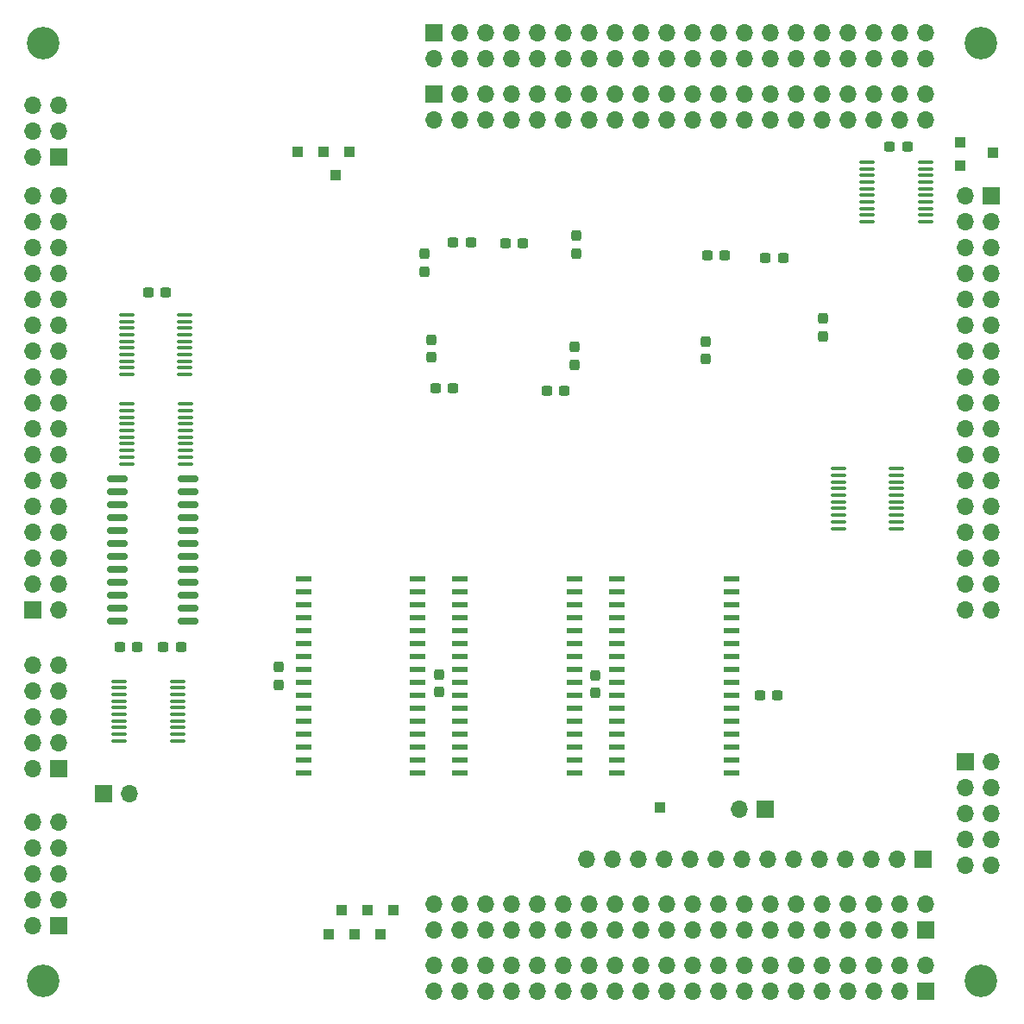
<source format=gbr>
%TF.GenerationSoftware,KiCad,Pcbnew,8.0.7-8.0.7-0~ubuntu22.04.1*%
%TF.CreationDate,2025-01-29T21:42:36+01:00*%
%TF.ProjectId,VideoBoard_v1,56696465-6f42-46f6-9172-645f76312e6b,rev?*%
%TF.SameCoordinates,Original*%
%TF.FileFunction,Soldermask,Bot*%
%TF.FilePolarity,Negative*%
%FSLAX46Y46*%
G04 Gerber Fmt 4.6, Leading zero omitted, Abs format (unit mm)*
G04 Created by KiCad (PCBNEW 8.0.7-8.0.7-0~ubuntu22.04.1) date 2025-01-29 21:42:36*
%MOMM*%
%LPD*%
G01*
G04 APERTURE LIST*
G04 Aperture macros list*
%AMRoundRect*
0 Rectangle with rounded corners*
0 $1 Rounding radius*
0 $2 $3 $4 $5 $6 $7 $8 $9 X,Y pos of 4 corners*
0 Add a 4 corners polygon primitive as box body*
4,1,4,$2,$3,$4,$5,$6,$7,$8,$9,$2,$3,0*
0 Add four circle primitives for the rounded corners*
1,1,$1+$1,$2,$3*
1,1,$1+$1,$4,$5*
1,1,$1+$1,$6,$7*
1,1,$1+$1,$8,$9*
0 Add four rect primitives between the rounded corners*
20,1,$1+$1,$2,$3,$4,$5,0*
20,1,$1+$1,$4,$5,$6,$7,0*
20,1,$1+$1,$6,$7,$8,$9,0*
20,1,$1+$1,$8,$9,$2,$3,0*%
G04 Aperture macros list end*
%ADD10R,1.000000X1.000000*%
%ADD11R,1.700000X1.700000*%
%ADD12O,1.700000X1.700000*%
%ADD13C,3.200000*%
%ADD14R,1.600000X0.600000*%
%ADD15RoundRect,0.237500X0.300000X0.237500X-0.300000X0.237500X-0.300000X-0.237500X0.300000X-0.237500X0*%
%ADD16RoundRect,0.100000X0.637500X0.100000X-0.637500X0.100000X-0.637500X-0.100000X0.637500X-0.100000X0*%
%ADD17RoundRect,0.237500X-0.300000X-0.237500X0.300000X-0.237500X0.300000X0.237500X-0.300000X0.237500X0*%
%ADD18RoundRect,0.237500X0.237500X-0.300000X0.237500X0.300000X-0.237500X0.300000X-0.237500X-0.300000X0*%
%ADD19RoundRect,0.237500X-0.237500X0.300000X-0.237500X-0.300000X0.237500X-0.300000X0.237500X0.300000X0*%
%ADD20RoundRect,0.150000X-0.837500X-0.150000X0.837500X-0.150000X0.837500X0.150000X-0.837500X0.150000X0*%
G04 APERTURE END LIST*
D10*
%TO.C,J28*%
X85852000Y-139065000D03*
%TD*%
%TO.C,J27*%
X88392000Y-139065000D03*
%TD*%
%TO.C,J25*%
X87122000Y-141478000D03*
%TD*%
%TO.C,J24*%
X82042000Y-141478000D03*
%TD*%
%TO.C,J23*%
X84582000Y-141478000D03*
%TD*%
%TO.C,J22*%
X83312000Y-139065000D03*
%TD*%
%TO.C,J19*%
X82677000Y-66929000D03*
%TD*%
%TO.C,J16*%
X84074000Y-64643000D03*
%TD*%
%TO.C,J15*%
X114554000Y-129032000D03*
%TD*%
%TO.C,J11*%
X144018000Y-63754000D03*
%TD*%
D11*
%TO.C,J1*%
X92367000Y-53000000D03*
D12*
X92367000Y-55540000D03*
X94907000Y-53000000D03*
X94907000Y-55540000D03*
X97447000Y-53000000D03*
X97447000Y-55540000D03*
X99987000Y-53000000D03*
X99987000Y-55540000D03*
X102527000Y-53000000D03*
X102527000Y-55540000D03*
X105067000Y-53000000D03*
X105067000Y-55540000D03*
X107607000Y-53000000D03*
X107607000Y-55540000D03*
X110147000Y-53000000D03*
X110147000Y-55540000D03*
X112687000Y-53000000D03*
X112687000Y-55540000D03*
X115227000Y-53000000D03*
X115227000Y-55540000D03*
X117767000Y-53000000D03*
X117767000Y-55540000D03*
X120307000Y-53000000D03*
X120307000Y-55540000D03*
X122847000Y-53000000D03*
X122847000Y-55540000D03*
X125387000Y-53000000D03*
X125387000Y-55540000D03*
X127927000Y-53000000D03*
X127927000Y-55540000D03*
X130467000Y-53000000D03*
X130467000Y-55540000D03*
X133007000Y-53000000D03*
X133007000Y-55540000D03*
X135547000Y-53000000D03*
X135547000Y-55540000D03*
X138087000Y-53000000D03*
X138087000Y-55540000D03*
X140627000Y-53000000D03*
X140627000Y-55540000D03*
%TD*%
D11*
%TO.C,J8*%
X144460000Y-124500000D03*
D12*
X147000000Y-124500000D03*
X144460000Y-127040000D03*
X147000000Y-127040000D03*
X144460000Y-129580000D03*
X147000000Y-129580000D03*
X144460000Y-132120000D03*
X147000000Y-132120000D03*
X144460000Y-134660000D03*
X147000000Y-134660000D03*
%TD*%
D10*
%TO.C,J13*%
X144018000Y-66040000D03*
%TD*%
D11*
%TO.C,J7*%
X147000000Y-69000000D03*
D12*
X144460000Y-69000000D03*
X147000000Y-71540000D03*
X144460000Y-71540000D03*
X147000000Y-74080000D03*
X144460000Y-74080000D03*
X147000000Y-76620000D03*
X144460000Y-76620000D03*
X147000000Y-79160000D03*
X144460000Y-79160000D03*
X147000000Y-81700000D03*
X144460000Y-81700000D03*
X147000000Y-84240000D03*
X144460000Y-84240000D03*
X147000000Y-86780000D03*
X144460000Y-86780000D03*
X147000000Y-89320000D03*
X144460000Y-89320000D03*
X147000000Y-91860000D03*
X144460000Y-91860000D03*
X147000000Y-94400000D03*
X144460000Y-94400000D03*
X147000000Y-96940000D03*
X144460000Y-96940000D03*
X147000000Y-99480000D03*
X144460000Y-99480000D03*
X147000000Y-102020000D03*
X144460000Y-102020000D03*
X147000000Y-104560000D03*
X144460000Y-104560000D03*
X147000000Y-107100000D03*
X144460000Y-107100000D03*
X147000000Y-109640000D03*
X144460000Y-109640000D03*
%TD*%
D11*
%TO.C,J4*%
X140627000Y-141000000D03*
D12*
X140627000Y-138460000D03*
X138087000Y-141000000D03*
X138087000Y-138460000D03*
X135547000Y-141000000D03*
X135547000Y-138460000D03*
X133007000Y-141000000D03*
X133007000Y-138460000D03*
X130467000Y-141000000D03*
X130467000Y-138460000D03*
X127927000Y-141000000D03*
X127927000Y-138460000D03*
X125387000Y-141000000D03*
X125387000Y-138460000D03*
X122847000Y-141000000D03*
X122847000Y-138460000D03*
X120307000Y-141000000D03*
X120307000Y-138460000D03*
X117767000Y-141000000D03*
X117767000Y-138460000D03*
X115227000Y-141000000D03*
X115227000Y-138460000D03*
X112687000Y-141000000D03*
X112687000Y-138460000D03*
X110147000Y-141000000D03*
X110147000Y-138460000D03*
X107607000Y-141000000D03*
X107607000Y-138460000D03*
X105067000Y-141000000D03*
X105067000Y-138460000D03*
X102527000Y-141000000D03*
X102527000Y-138460000D03*
X99987000Y-141000000D03*
X99987000Y-138460000D03*
X97447000Y-141000000D03*
X97447000Y-138460000D03*
X94907000Y-141000000D03*
X94907000Y-138460000D03*
X92367000Y-141000000D03*
X92367000Y-138460000D03*
%TD*%
D11*
%TO.C,J14*%
X55540000Y-65151000D03*
D12*
X53000000Y-65151000D03*
X55540000Y-62611000D03*
X53000000Y-62611000D03*
X55540000Y-60071000D03*
X53000000Y-60071000D03*
%TD*%
D10*
%TO.C,J18*%
X78994000Y-64643000D03*
%TD*%
D11*
%TO.C,J9*%
X53000000Y-109640000D03*
D12*
X55540000Y-109640000D03*
X53000000Y-107100000D03*
X55540000Y-107100000D03*
X53000000Y-104560000D03*
X55540000Y-104560000D03*
X53000000Y-102020000D03*
X55540000Y-102020000D03*
X53000000Y-99480000D03*
X55540000Y-99480000D03*
X53000000Y-96940000D03*
X55540000Y-96940000D03*
X53000000Y-94400000D03*
X55540000Y-94400000D03*
X53000000Y-91860000D03*
X55540000Y-91860000D03*
X53000000Y-89320000D03*
X55540000Y-89320000D03*
X53000000Y-86780000D03*
X55540000Y-86780000D03*
X53000000Y-84240000D03*
X55540000Y-84240000D03*
X53000000Y-81700000D03*
X55540000Y-81700000D03*
X53000000Y-79160000D03*
X55540000Y-79160000D03*
X53000000Y-76620000D03*
X55540000Y-76620000D03*
X53000000Y-74080000D03*
X55540000Y-74080000D03*
X53000000Y-71540000D03*
X55540000Y-71540000D03*
X53000000Y-69000000D03*
X55540000Y-69000000D03*
%TD*%
D11*
%TO.C,J10*%
X55540000Y-125217000D03*
D12*
X53000000Y-125217000D03*
X55540000Y-122677000D03*
X53000000Y-122677000D03*
X55540000Y-120137000D03*
X53000000Y-120137000D03*
X55540000Y-117597000D03*
X53000000Y-117597000D03*
X55540000Y-115057000D03*
X53000000Y-115057000D03*
%TD*%
D11*
%TO.C,J26*%
X124841000Y-129159000D03*
D12*
X122301000Y-129159000D03*
%TD*%
D11*
%TO.C,J2*%
X140627000Y-147000000D03*
D12*
X140627000Y-144460000D03*
X138087000Y-147000000D03*
X138087000Y-144460000D03*
X135547000Y-147000000D03*
X135547000Y-144460000D03*
X133007000Y-147000000D03*
X133007000Y-144460000D03*
X130467000Y-147000000D03*
X130467000Y-144460000D03*
X127927000Y-147000000D03*
X127927000Y-144460000D03*
X125387000Y-147000000D03*
X125387000Y-144460000D03*
X122847000Y-147000000D03*
X122847000Y-144460000D03*
X120307000Y-147000000D03*
X120307000Y-144460000D03*
X117767000Y-147000000D03*
X117767000Y-144460000D03*
X115227000Y-147000000D03*
X115227000Y-144460000D03*
X112687000Y-147000000D03*
X112687000Y-144460000D03*
X110147000Y-147000000D03*
X110147000Y-144460000D03*
X107607000Y-147000000D03*
X107607000Y-144460000D03*
X105067000Y-147000000D03*
X105067000Y-144460000D03*
X102527000Y-147000000D03*
X102527000Y-144460000D03*
X99987000Y-147000000D03*
X99987000Y-144460000D03*
X97447000Y-147000000D03*
X97447000Y-144460000D03*
X94907000Y-147000000D03*
X94907000Y-144460000D03*
X92367000Y-147000000D03*
X92367000Y-144460000D03*
%TD*%
D13*
%TO.C,H3*%
X146000000Y-54000000D03*
%TD*%
D11*
%TO.C,J6*%
X55540000Y-140627000D03*
D12*
X53000000Y-140627000D03*
X55540000Y-138087000D03*
X53000000Y-138087000D03*
X55540000Y-135547000D03*
X53000000Y-135547000D03*
X55540000Y-133007000D03*
X53000000Y-133007000D03*
X55540000Y-130467000D03*
X53000000Y-130467000D03*
%TD*%
D10*
%TO.C,J17*%
X81534000Y-64643000D03*
%TD*%
D11*
%TO.C,J5*%
X140335000Y-134112000D03*
D12*
X137795000Y-134112000D03*
X135255000Y-134112000D03*
X132715000Y-134112000D03*
X130175000Y-134112000D03*
X127635000Y-134112000D03*
X125095000Y-134112000D03*
X122555000Y-134112000D03*
X120015000Y-134112000D03*
X117475000Y-134112000D03*
X114935000Y-134112000D03*
X112395000Y-134112000D03*
X109855000Y-134112000D03*
X107315000Y-134112000D03*
%TD*%
D11*
%TO.C,JP1*%
X59939000Y-127635000D03*
D12*
X62479000Y-127635000D03*
%TD*%
D11*
%TO.C,J3*%
X92367000Y-59000000D03*
D12*
X92367000Y-61540000D03*
X94907000Y-59000000D03*
X94907000Y-61540000D03*
X97447000Y-59000000D03*
X97447000Y-61540000D03*
X99987000Y-59000000D03*
X99987000Y-61540000D03*
X102527000Y-59000000D03*
X102527000Y-61540000D03*
X105067000Y-59000000D03*
X105067000Y-61540000D03*
X107607000Y-59000000D03*
X107607000Y-61540000D03*
X110147000Y-59000000D03*
X110147000Y-61540000D03*
X112687000Y-59000000D03*
X112687000Y-61540000D03*
X115227000Y-59000000D03*
X115227000Y-61540000D03*
X117767000Y-59000000D03*
X117767000Y-61540000D03*
X120307000Y-59000000D03*
X120307000Y-61540000D03*
X122847000Y-59000000D03*
X122847000Y-61540000D03*
X125387000Y-59000000D03*
X125387000Y-61540000D03*
X127927000Y-59000000D03*
X127927000Y-61540000D03*
X130467000Y-59000000D03*
X130467000Y-61540000D03*
X133007000Y-59000000D03*
X133007000Y-61540000D03*
X135547000Y-59000000D03*
X135547000Y-61540000D03*
X138087000Y-59000000D03*
X138087000Y-61540000D03*
X140627000Y-59000000D03*
X140627000Y-61540000D03*
%TD*%
D10*
%TO.C,J12*%
X147193000Y-64770000D03*
%TD*%
D13*
%TO.C,H1*%
X54000000Y-54000000D03*
%TD*%
%TO.C,H2*%
X54000000Y-146000000D03*
%TD*%
%TO.C,H4*%
X146000000Y-146000000D03*
%TD*%
D14*
%TO.C,U4*%
X94921248Y-125603000D03*
X94921248Y-124333000D03*
X94921248Y-123063000D03*
X94921248Y-121793000D03*
X94921248Y-120523000D03*
X94921248Y-119253000D03*
X94921248Y-117983000D03*
X94921248Y-116703000D03*
X94921248Y-115453000D03*
X94921248Y-114173000D03*
X94921248Y-112903000D03*
X94921248Y-111633000D03*
X94921248Y-110363000D03*
X94921248Y-109093000D03*
X94921248Y-107823000D03*
X94921248Y-106553000D03*
X106121248Y-106553000D03*
X106121248Y-107823000D03*
X106121248Y-109093000D03*
X106121248Y-110363000D03*
X106121248Y-111633000D03*
X106121248Y-112903000D03*
X106121248Y-114173000D03*
X106121248Y-115453000D03*
X106121248Y-116703000D03*
X106121248Y-117983000D03*
X106121248Y-119253000D03*
X106121248Y-120523000D03*
X106121248Y-121793000D03*
X106121248Y-123063000D03*
X106121248Y-124333000D03*
X106121248Y-125603000D03*
%TD*%
D15*
%TO.C,C14*%
X120877500Y-74803000D03*
X119152500Y-74803000D03*
%TD*%
D16*
%TO.C,U2*%
X137736500Y-95754000D03*
X137736500Y-96404000D03*
X137736500Y-97054000D03*
X137736500Y-97704000D03*
X137736500Y-98354000D03*
X137736500Y-99004000D03*
X137736500Y-99654000D03*
X137736500Y-100304000D03*
X137736500Y-100954000D03*
X137736500Y-101604000D03*
X132011500Y-101604000D03*
X132011500Y-100954000D03*
X132011500Y-100304000D03*
X132011500Y-99654000D03*
X132011500Y-99004000D03*
X132011500Y-98354000D03*
X132011500Y-97704000D03*
X132011500Y-97054000D03*
X132011500Y-96404000D03*
X132011500Y-95754000D03*
%TD*%
D17*
%TO.C,C1*%
X124894000Y-75057000D03*
X126619000Y-75057000D03*
%TD*%
D18*
%TO.C,C8*%
X130556000Y-82751000D03*
X130556000Y-81026000D03*
%TD*%
D16*
%TO.C,U9*%
X67953000Y-89404000D03*
X67953000Y-90054000D03*
X67953000Y-90704000D03*
X67953000Y-91354000D03*
X67953000Y-92004000D03*
X67953000Y-92654000D03*
X67953000Y-93304000D03*
X67953000Y-93954000D03*
X67953000Y-94604000D03*
X67953000Y-95254000D03*
X62228000Y-95254000D03*
X62228000Y-94604000D03*
X62228000Y-93954000D03*
X62228000Y-93304000D03*
X62228000Y-92654000D03*
X62228000Y-92004000D03*
X62228000Y-91354000D03*
X62228000Y-90704000D03*
X62228000Y-90054000D03*
X62228000Y-89404000D03*
%TD*%
D18*
%TO.C,C11*%
X77089000Y-116932500D03*
X77089000Y-115207500D03*
%TD*%
D17*
%TO.C,C5*%
X64288500Y-78486000D03*
X66013500Y-78486000D03*
%TD*%
D16*
%TO.C,U10*%
X67886500Y-80641000D03*
X67886500Y-81291000D03*
X67886500Y-81941000D03*
X67886500Y-82591000D03*
X67886500Y-83241000D03*
X67886500Y-83891000D03*
X67886500Y-84541000D03*
X67886500Y-85191000D03*
X67886500Y-85841000D03*
X67886500Y-86491000D03*
X62161500Y-86491000D03*
X62161500Y-85841000D03*
X62161500Y-85191000D03*
X62161500Y-84541000D03*
X62161500Y-83891000D03*
X62161500Y-83241000D03*
X62161500Y-82591000D03*
X62161500Y-81941000D03*
X62161500Y-81291000D03*
X62161500Y-80641000D03*
%TD*%
D18*
%TO.C,C17*%
X106172000Y-85545000D03*
X106172000Y-83820000D03*
%TD*%
%TO.C,C16*%
X106299000Y-74623000D03*
X106299000Y-72898000D03*
%TD*%
%TO.C,C9*%
X92821248Y-117672000D03*
X92821248Y-115947000D03*
%TD*%
%TO.C,C15*%
X118999000Y-84963000D03*
X118999000Y-83238000D03*
%TD*%
D15*
%TO.C,C20*%
X101092000Y-73660000D03*
X99367000Y-73660000D03*
%TD*%
D16*
%TO.C,U11*%
X140599000Y-65651000D03*
X140599000Y-66301000D03*
X140599000Y-66951000D03*
X140599000Y-67601000D03*
X140599000Y-68251000D03*
X140599000Y-68901000D03*
X140599000Y-69551000D03*
X140599000Y-70201000D03*
X140599000Y-70851000D03*
X140599000Y-71501000D03*
X134874000Y-71501000D03*
X134874000Y-70851000D03*
X134874000Y-70201000D03*
X134874000Y-69551000D03*
X134874000Y-68901000D03*
X134874000Y-68251000D03*
X134874000Y-67601000D03*
X134874000Y-66951000D03*
X134874000Y-66301000D03*
X134874000Y-65651000D03*
%TD*%
D14*
%TO.C,U3*%
X110325436Y-125603000D03*
X110325436Y-124333000D03*
X110325436Y-123063000D03*
X110325436Y-121793000D03*
X110325436Y-120523000D03*
X110325436Y-119253000D03*
X110325436Y-117983000D03*
X110325436Y-116703000D03*
X110325436Y-115453000D03*
X110325436Y-114173000D03*
X110325436Y-112903000D03*
X110325436Y-111633000D03*
X110325436Y-110363000D03*
X110325436Y-109093000D03*
X110325436Y-107823000D03*
X110325436Y-106553000D03*
X121525436Y-106553000D03*
X121525436Y-107823000D03*
X121525436Y-109093000D03*
X121525436Y-110363000D03*
X121525436Y-111633000D03*
X121525436Y-112903000D03*
X121525436Y-114173000D03*
X121525436Y-115453000D03*
X121525436Y-116703000D03*
X121525436Y-117983000D03*
X121525436Y-119253000D03*
X121525436Y-120523000D03*
X121525436Y-121793000D03*
X121525436Y-123063000D03*
X121525436Y-124333000D03*
X121525436Y-125603000D03*
%TD*%
D17*
%TO.C,C18*%
X94234000Y-73533000D03*
X95959000Y-73533000D03*
%TD*%
D19*
%TO.C,C21*%
X91440000Y-74676000D03*
X91440000Y-76401000D03*
%TD*%
D17*
%TO.C,C3*%
X92509000Y-87884000D03*
X94234000Y-87884000D03*
%TD*%
%TO.C,C6*%
X103431000Y-88138000D03*
X105156000Y-88138000D03*
%TD*%
%TO.C,C12*%
X124333000Y-117983000D03*
X126058000Y-117983000D03*
%TD*%
%TO.C,C2*%
X137059500Y-64135000D03*
X138784500Y-64135000D03*
%TD*%
D20*
%TO.C,U1*%
X61307500Y-110744000D03*
X61307500Y-109474000D03*
X61307500Y-108204000D03*
X61307500Y-106934000D03*
X61307500Y-105664000D03*
X61307500Y-104394000D03*
X61307500Y-103124000D03*
X61307500Y-101854000D03*
X61307500Y-100584000D03*
X61307500Y-99314000D03*
X61307500Y-98044000D03*
X61307500Y-96774000D03*
X68232500Y-96774000D03*
X68232500Y-98044000D03*
X68232500Y-99314000D03*
X68232500Y-100584000D03*
X68232500Y-101854000D03*
X68232500Y-103124000D03*
X68232500Y-104394000D03*
X68232500Y-105664000D03*
X68232500Y-106934000D03*
X68232500Y-108204000D03*
X68232500Y-109474000D03*
X68232500Y-110744000D03*
%TD*%
D15*
%TO.C,C19*%
X67511000Y-113284000D03*
X65786000Y-113284000D03*
%TD*%
D19*
%TO.C,C22*%
X92075000Y-83084500D03*
X92075000Y-84809500D03*
%TD*%
D17*
%TO.C,C4*%
X61494500Y-113284000D03*
X63219500Y-113284000D03*
%TD*%
D16*
%TO.C,U8*%
X67193000Y-116608000D03*
X67193000Y-117258000D03*
X67193000Y-117908000D03*
X67193000Y-118558000D03*
X67193000Y-119208000D03*
X67193000Y-119858000D03*
X67193000Y-120508000D03*
X67193000Y-121158000D03*
X67193000Y-121808000D03*
X67193000Y-122458000D03*
X61468000Y-122458000D03*
X61468000Y-121808000D03*
X61468000Y-121158000D03*
X61468000Y-120508000D03*
X61468000Y-119858000D03*
X61468000Y-119208000D03*
X61468000Y-118558000D03*
X61468000Y-117908000D03*
X61468000Y-117258000D03*
X61468000Y-116608000D03*
%TD*%
D18*
%TO.C,C7*%
X108188248Y-117772500D03*
X108188248Y-116047500D03*
%TD*%
D14*
%TO.C,U7*%
X79521248Y-125602681D03*
X79521248Y-124332681D03*
X79521248Y-123062681D03*
X79521248Y-121792681D03*
X79521248Y-120522681D03*
X79521248Y-119252681D03*
X79521248Y-117982681D03*
X79521248Y-116702681D03*
X79521248Y-115452681D03*
X79521248Y-114172681D03*
X79521248Y-112902681D03*
X79521248Y-111632681D03*
X79521248Y-110362681D03*
X79521248Y-109092681D03*
X79521248Y-107822681D03*
X79521248Y-106552681D03*
X90721248Y-106552681D03*
X90721248Y-107822681D03*
X90721248Y-109092681D03*
X90721248Y-110362681D03*
X90721248Y-111632681D03*
X90721248Y-112902681D03*
X90721248Y-114172681D03*
X90721248Y-115452681D03*
X90721248Y-116702681D03*
X90721248Y-117982681D03*
X90721248Y-119252681D03*
X90721248Y-120522681D03*
X90721248Y-121792681D03*
X90721248Y-123062681D03*
X90721248Y-124332681D03*
X90721248Y-125602681D03*
%TD*%
M02*

</source>
